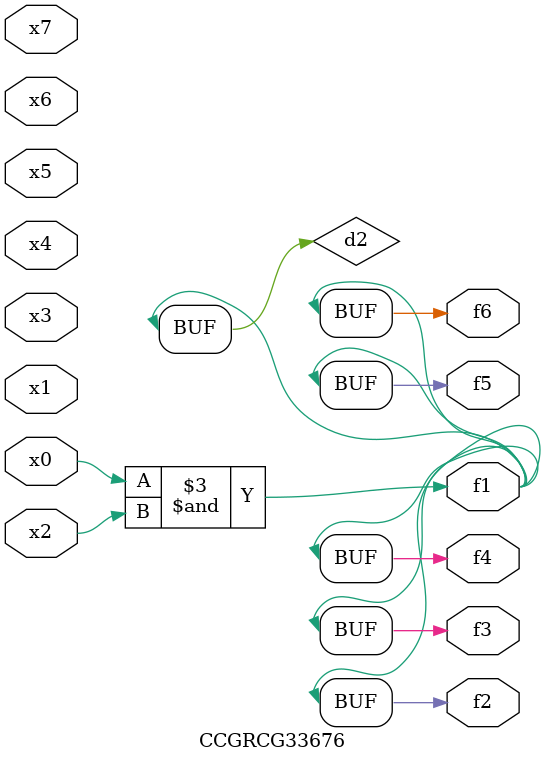
<source format=v>
module CCGRCG33676(
	input x0, x1, x2, x3, x4, x5, x6, x7,
	output f1, f2, f3, f4, f5, f6
);

	wire d1, d2;

	nor (d1, x3, x6);
	and (d2, x0, x2);
	assign f1 = d2;
	assign f2 = d2;
	assign f3 = d2;
	assign f4 = d2;
	assign f5 = d2;
	assign f6 = d2;
endmodule

</source>
